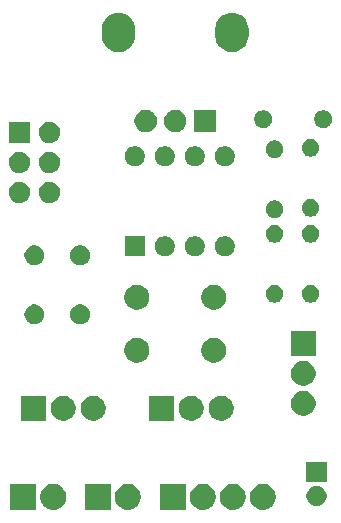
<source format=gts>
G04 #@! TF.GenerationSoftware,KiCad,Pcbnew,5.1.5-52549c5~86~ubuntu19.04.1*
G04 #@! TF.CreationDate,2020-05-05T22:35:55+02:00*
G04 #@! TF.ProjectId,NotSoTinyDimmer,4e6f7453-6f54-4696-9e79-44696d6d6572,1.3.3*
G04 #@! TF.SameCoordinates,Original*
G04 #@! TF.FileFunction,Soldermask,Top*
G04 #@! TF.FilePolarity,Negative*
%FSLAX46Y46*%
G04 Gerber Fmt 4.6, Leading zero omitted, Abs format (unit mm)*
G04 Created by KiCad (PCBNEW 5.1.5-52549c5~86~ubuntu19.04.1) date 2020-05-05 22:35:55*
%MOMM*%
%LPD*%
G04 APERTURE LIST*
%ADD10C,0.100000*%
G04 APERTURE END LIST*
D10*
G36*
X156958195Y-111840156D02*
G01*
X157064550Y-111861311D01*
X157264920Y-111944307D01*
X157445244Y-112064795D01*
X157598605Y-112218156D01*
X157719093Y-112398480D01*
X157737328Y-112442503D01*
X157802089Y-112598850D01*
X157844400Y-112811561D01*
X157844400Y-113028439D01*
X157802089Y-113241150D01*
X157719093Y-113441520D01*
X157598605Y-113621844D01*
X157445244Y-113775205D01*
X157264920Y-113895693D01*
X157164734Y-113937191D01*
X157064550Y-113978689D01*
X156958195Y-113999844D01*
X156851840Y-114021000D01*
X156634960Y-114021000D01*
X156528605Y-113999844D01*
X156422250Y-113978689D01*
X156322066Y-113937191D01*
X156221880Y-113895693D01*
X156041556Y-113775205D01*
X155888195Y-113621844D01*
X155767707Y-113441520D01*
X155726209Y-113341334D01*
X155684711Y-113241150D01*
X155642400Y-113028439D01*
X155642400Y-112811561D01*
X155684711Y-112598850D01*
X155749472Y-112442503D01*
X155767707Y-112398480D01*
X155888195Y-112218156D01*
X156041556Y-112064795D01*
X156221880Y-111944307D01*
X156422250Y-111861311D01*
X156528605Y-111840156D01*
X156634960Y-111819000D01*
X156851840Y-111819000D01*
X156958195Y-111840156D01*
G37*
G36*
X154418195Y-111840156D02*
G01*
X154524550Y-111861311D01*
X154724920Y-111944307D01*
X154905244Y-112064795D01*
X155058605Y-112218156D01*
X155179093Y-112398480D01*
X155197328Y-112442503D01*
X155262089Y-112598850D01*
X155304400Y-112811561D01*
X155304400Y-113028439D01*
X155262089Y-113241150D01*
X155179093Y-113441520D01*
X155058605Y-113621844D01*
X154905244Y-113775205D01*
X154724920Y-113895693D01*
X154624734Y-113937191D01*
X154524550Y-113978689D01*
X154418195Y-113999844D01*
X154311840Y-114021000D01*
X154094960Y-114021000D01*
X153988605Y-113999844D01*
X153882250Y-113978689D01*
X153782066Y-113937191D01*
X153681880Y-113895693D01*
X153501556Y-113775205D01*
X153348195Y-113621844D01*
X153227707Y-113441520D01*
X153186209Y-113341334D01*
X153144711Y-113241150D01*
X153102400Y-113028439D01*
X153102400Y-112811561D01*
X153144711Y-112598850D01*
X153209472Y-112442503D01*
X153227707Y-112398480D01*
X153348195Y-112218156D01*
X153501556Y-112064795D01*
X153681880Y-111944307D01*
X153882250Y-111861311D01*
X153988605Y-111840156D01*
X154094960Y-111819000D01*
X154311840Y-111819000D01*
X154418195Y-111840156D01*
G37*
G36*
X145528195Y-111840156D02*
G01*
X145634550Y-111861311D01*
X145834920Y-111944307D01*
X146015244Y-112064795D01*
X146168605Y-112218156D01*
X146289093Y-112398480D01*
X146307328Y-112442503D01*
X146372089Y-112598850D01*
X146414400Y-112811561D01*
X146414400Y-113028439D01*
X146372089Y-113241150D01*
X146289093Y-113441520D01*
X146168605Y-113621844D01*
X146015244Y-113775205D01*
X145834920Y-113895693D01*
X145734734Y-113937191D01*
X145634550Y-113978689D01*
X145528195Y-113999844D01*
X145421840Y-114021000D01*
X145204960Y-114021000D01*
X145098605Y-113999844D01*
X144992250Y-113978689D01*
X144892066Y-113937191D01*
X144791880Y-113895693D01*
X144611556Y-113775205D01*
X144458195Y-113621844D01*
X144337707Y-113441520D01*
X144296209Y-113341334D01*
X144254711Y-113241150D01*
X144212400Y-113028439D01*
X144212400Y-112811561D01*
X144254711Y-112598850D01*
X144319472Y-112442503D01*
X144337707Y-112398480D01*
X144458195Y-112218156D01*
X144611556Y-112064795D01*
X144791880Y-111944307D01*
X144992250Y-111861311D01*
X145098605Y-111840156D01*
X145204960Y-111819000D01*
X145421840Y-111819000D01*
X145528195Y-111840156D01*
G37*
G36*
X143874400Y-114021000D02*
G01*
X141672400Y-114021000D01*
X141672400Y-111819000D01*
X143874400Y-111819000D01*
X143874400Y-114021000D01*
G37*
G36*
X139209795Y-111840156D02*
G01*
X139316150Y-111861311D01*
X139516520Y-111944307D01*
X139696844Y-112064795D01*
X139850205Y-112218156D01*
X139970693Y-112398480D01*
X139988928Y-112442503D01*
X140053689Y-112598850D01*
X140096000Y-112811561D01*
X140096000Y-113028439D01*
X140053689Y-113241150D01*
X139970693Y-113441520D01*
X139850205Y-113621844D01*
X139696844Y-113775205D01*
X139516520Y-113895693D01*
X139416334Y-113937191D01*
X139316150Y-113978689D01*
X139209795Y-113999844D01*
X139103440Y-114021000D01*
X138886560Y-114021000D01*
X138780205Y-113999844D01*
X138673850Y-113978689D01*
X138573666Y-113937191D01*
X138473480Y-113895693D01*
X138293156Y-113775205D01*
X138139795Y-113621844D01*
X138019307Y-113441520D01*
X137977809Y-113341334D01*
X137936311Y-113241150D01*
X137894000Y-113028439D01*
X137894000Y-112811561D01*
X137936311Y-112598850D01*
X138001072Y-112442503D01*
X138019307Y-112398480D01*
X138139795Y-112218156D01*
X138293156Y-112064795D01*
X138473480Y-111944307D01*
X138673850Y-111861311D01*
X138780205Y-111840156D01*
X138886560Y-111819000D01*
X139103440Y-111819000D01*
X139209795Y-111840156D01*
G37*
G36*
X150224400Y-114021000D02*
G01*
X148022400Y-114021000D01*
X148022400Y-111819000D01*
X150224400Y-111819000D01*
X150224400Y-114021000D01*
G37*
G36*
X151878195Y-111840156D02*
G01*
X151984550Y-111861311D01*
X152184920Y-111944307D01*
X152365244Y-112064795D01*
X152518605Y-112218156D01*
X152639093Y-112398480D01*
X152657328Y-112442503D01*
X152722089Y-112598850D01*
X152764400Y-112811561D01*
X152764400Y-113028439D01*
X152722089Y-113241150D01*
X152639093Y-113441520D01*
X152518605Y-113621844D01*
X152365244Y-113775205D01*
X152184920Y-113895693D01*
X152084734Y-113937191D01*
X151984550Y-113978689D01*
X151878195Y-113999844D01*
X151771840Y-114021000D01*
X151554960Y-114021000D01*
X151448605Y-113999844D01*
X151342250Y-113978689D01*
X151242066Y-113937191D01*
X151141880Y-113895693D01*
X150961556Y-113775205D01*
X150808195Y-113621844D01*
X150687707Y-113441520D01*
X150646209Y-113341334D01*
X150604711Y-113241150D01*
X150562400Y-113028439D01*
X150562400Y-112811561D01*
X150604711Y-112598850D01*
X150669472Y-112442503D01*
X150687707Y-112398480D01*
X150808195Y-112218156D01*
X150961556Y-112064795D01*
X151141880Y-111944307D01*
X151342250Y-111861311D01*
X151448605Y-111840156D01*
X151554960Y-111819000D01*
X151771840Y-111819000D01*
X151878195Y-111840156D01*
G37*
G36*
X137556000Y-114021000D02*
G01*
X135354000Y-114021000D01*
X135354000Y-111819000D01*
X137556000Y-111819000D01*
X137556000Y-114021000D01*
G37*
G36*
X161538228Y-112027303D02*
G01*
X161693100Y-112091453D01*
X161832481Y-112184585D01*
X161951015Y-112303119D01*
X162044147Y-112442500D01*
X162108297Y-112597372D01*
X162141000Y-112761784D01*
X162141000Y-112929416D01*
X162108297Y-113093828D01*
X162044147Y-113248700D01*
X161951015Y-113388081D01*
X161832481Y-113506615D01*
X161693100Y-113599747D01*
X161538228Y-113663897D01*
X161373816Y-113696600D01*
X161206184Y-113696600D01*
X161041772Y-113663897D01*
X160886900Y-113599747D01*
X160747519Y-113506615D01*
X160628985Y-113388081D01*
X160535853Y-113248700D01*
X160471703Y-113093828D01*
X160439000Y-112929416D01*
X160439000Y-112761784D01*
X160471703Y-112597372D01*
X160535853Y-112442500D01*
X160628985Y-112303119D01*
X160747519Y-112184585D01*
X160886900Y-112091453D01*
X161041772Y-112027303D01*
X161206184Y-111994600D01*
X161373816Y-111994600D01*
X161538228Y-112027303D01*
G37*
G36*
X162141000Y-111696600D02*
G01*
X160439000Y-111696600D01*
X160439000Y-109994600D01*
X162141000Y-109994600D01*
X162141000Y-111696600D01*
G37*
G36*
X153519364Y-104399389D02*
G01*
X153710633Y-104478615D01*
X153710635Y-104478616D01*
X153882773Y-104593635D01*
X154029165Y-104740027D01*
X154136112Y-104900084D01*
X154144185Y-104912167D01*
X154223411Y-105103436D01*
X154263800Y-105306484D01*
X154263800Y-105513516D01*
X154223411Y-105716564D01*
X154180581Y-105819965D01*
X154144184Y-105907835D01*
X154029165Y-106079973D01*
X153882773Y-106226365D01*
X153710635Y-106341384D01*
X153710634Y-106341385D01*
X153710633Y-106341385D01*
X153519364Y-106420611D01*
X153316316Y-106461000D01*
X153109284Y-106461000D01*
X152906236Y-106420611D01*
X152714967Y-106341385D01*
X152714966Y-106341385D01*
X152714965Y-106341384D01*
X152542827Y-106226365D01*
X152396435Y-106079973D01*
X152281416Y-105907835D01*
X152245019Y-105819965D01*
X152202189Y-105716564D01*
X152161800Y-105513516D01*
X152161800Y-105306484D01*
X152202189Y-105103436D01*
X152281415Y-104912167D01*
X152289489Y-104900084D01*
X152396435Y-104740027D01*
X152542827Y-104593635D01*
X152714965Y-104478616D01*
X152714967Y-104478615D01*
X152906236Y-104399389D01*
X153109284Y-104359000D01*
X153316316Y-104359000D01*
X153519364Y-104399389D01*
G37*
G36*
X150979364Y-104399389D02*
G01*
X151170633Y-104478615D01*
X151170635Y-104478616D01*
X151342773Y-104593635D01*
X151489165Y-104740027D01*
X151596112Y-104900084D01*
X151604185Y-104912167D01*
X151683411Y-105103436D01*
X151723800Y-105306484D01*
X151723800Y-105513516D01*
X151683411Y-105716564D01*
X151640581Y-105819965D01*
X151604184Y-105907835D01*
X151489165Y-106079973D01*
X151342773Y-106226365D01*
X151170635Y-106341384D01*
X151170634Y-106341385D01*
X151170633Y-106341385D01*
X150979364Y-106420611D01*
X150776316Y-106461000D01*
X150569284Y-106461000D01*
X150366236Y-106420611D01*
X150174967Y-106341385D01*
X150174966Y-106341385D01*
X150174965Y-106341384D01*
X150002827Y-106226365D01*
X149856435Y-106079973D01*
X149741416Y-105907835D01*
X149705019Y-105819965D01*
X149662189Y-105716564D01*
X149621800Y-105513516D01*
X149621800Y-105306484D01*
X149662189Y-105103436D01*
X149741415Y-104912167D01*
X149749489Y-104900084D01*
X149856435Y-104740027D01*
X150002827Y-104593635D01*
X150174965Y-104478616D01*
X150174967Y-104478615D01*
X150366236Y-104399389D01*
X150569284Y-104359000D01*
X150776316Y-104359000D01*
X150979364Y-104399389D01*
G37*
G36*
X149183800Y-106461000D02*
G01*
X147081800Y-106461000D01*
X147081800Y-104359000D01*
X149183800Y-104359000D01*
X149183800Y-106461000D01*
G37*
G36*
X138363400Y-106461000D02*
G01*
X136261400Y-106461000D01*
X136261400Y-104359000D01*
X138363400Y-104359000D01*
X138363400Y-106461000D01*
G37*
G36*
X140158964Y-104399389D02*
G01*
X140350233Y-104478615D01*
X140350235Y-104478616D01*
X140522373Y-104593635D01*
X140668765Y-104740027D01*
X140775712Y-104900084D01*
X140783785Y-104912167D01*
X140863011Y-105103436D01*
X140903400Y-105306484D01*
X140903400Y-105513516D01*
X140863011Y-105716564D01*
X140820181Y-105819965D01*
X140783784Y-105907835D01*
X140668765Y-106079973D01*
X140522373Y-106226365D01*
X140350235Y-106341384D01*
X140350234Y-106341385D01*
X140350233Y-106341385D01*
X140158964Y-106420611D01*
X139955916Y-106461000D01*
X139748884Y-106461000D01*
X139545836Y-106420611D01*
X139354567Y-106341385D01*
X139354566Y-106341385D01*
X139354565Y-106341384D01*
X139182427Y-106226365D01*
X139036035Y-106079973D01*
X138921016Y-105907835D01*
X138884619Y-105819965D01*
X138841789Y-105716564D01*
X138801400Y-105513516D01*
X138801400Y-105306484D01*
X138841789Y-105103436D01*
X138921015Y-104912167D01*
X138929089Y-104900084D01*
X139036035Y-104740027D01*
X139182427Y-104593635D01*
X139354565Y-104478616D01*
X139354567Y-104478615D01*
X139545836Y-104399389D01*
X139748884Y-104359000D01*
X139955916Y-104359000D01*
X140158964Y-104399389D01*
G37*
G36*
X142698964Y-104399389D02*
G01*
X142890233Y-104478615D01*
X142890235Y-104478616D01*
X143062373Y-104593635D01*
X143208765Y-104740027D01*
X143315712Y-104900084D01*
X143323785Y-104912167D01*
X143403011Y-105103436D01*
X143443400Y-105306484D01*
X143443400Y-105513516D01*
X143403011Y-105716564D01*
X143360181Y-105819965D01*
X143323784Y-105907835D01*
X143208765Y-106079973D01*
X143062373Y-106226365D01*
X142890235Y-106341384D01*
X142890234Y-106341385D01*
X142890233Y-106341385D01*
X142698964Y-106420611D01*
X142495916Y-106461000D01*
X142288884Y-106461000D01*
X142085836Y-106420611D01*
X141894567Y-106341385D01*
X141894566Y-106341385D01*
X141894565Y-106341384D01*
X141722427Y-106226365D01*
X141576035Y-106079973D01*
X141461016Y-105907835D01*
X141424619Y-105819965D01*
X141381789Y-105716564D01*
X141341400Y-105513516D01*
X141341400Y-105306484D01*
X141381789Y-105103436D01*
X141461015Y-104912167D01*
X141469089Y-104900084D01*
X141576035Y-104740027D01*
X141722427Y-104593635D01*
X141894565Y-104478616D01*
X141894567Y-104478615D01*
X142085836Y-104399389D01*
X142288884Y-104359000D01*
X142495916Y-104359000D01*
X142698964Y-104399389D01*
G37*
G36*
X160478964Y-103992989D02*
G01*
X160670233Y-104072215D01*
X160670235Y-104072216D01*
X160842373Y-104187235D01*
X160988765Y-104333627D01*
X161085644Y-104478616D01*
X161103785Y-104505767D01*
X161183011Y-104697036D01*
X161223400Y-104900084D01*
X161223400Y-105107116D01*
X161183011Y-105310164D01*
X161103785Y-105501433D01*
X161103784Y-105501435D01*
X160988765Y-105673573D01*
X160842373Y-105819965D01*
X160670235Y-105934984D01*
X160670234Y-105934985D01*
X160670233Y-105934985D01*
X160478964Y-106014211D01*
X160275916Y-106054600D01*
X160068884Y-106054600D01*
X159865836Y-106014211D01*
X159674567Y-105934985D01*
X159674566Y-105934985D01*
X159674565Y-105934984D01*
X159502427Y-105819965D01*
X159356035Y-105673573D01*
X159241016Y-105501435D01*
X159241015Y-105501433D01*
X159161789Y-105310164D01*
X159121400Y-105107116D01*
X159121400Y-104900084D01*
X159161789Y-104697036D01*
X159241015Y-104505767D01*
X159259157Y-104478616D01*
X159356035Y-104333627D01*
X159502427Y-104187235D01*
X159674565Y-104072216D01*
X159674567Y-104072215D01*
X159865836Y-103992989D01*
X160068884Y-103952600D01*
X160275916Y-103952600D01*
X160478964Y-103992989D01*
G37*
G36*
X160478964Y-101452989D02*
G01*
X160636907Y-101518411D01*
X160670235Y-101532216D01*
X160842373Y-101647235D01*
X160988765Y-101793627D01*
X161103785Y-101965767D01*
X161183011Y-102157036D01*
X161223400Y-102360084D01*
X161223400Y-102567116D01*
X161183011Y-102770164D01*
X161103785Y-102961433D01*
X161103784Y-102961435D01*
X160988765Y-103133573D01*
X160842373Y-103279965D01*
X160670235Y-103394984D01*
X160670234Y-103394985D01*
X160670233Y-103394985D01*
X160478964Y-103474211D01*
X160275916Y-103514600D01*
X160068884Y-103514600D01*
X159865836Y-103474211D01*
X159674567Y-103394985D01*
X159674566Y-103394985D01*
X159674565Y-103394984D01*
X159502427Y-103279965D01*
X159356035Y-103133573D01*
X159241016Y-102961435D01*
X159241015Y-102961433D01*
X159161789Y-102770164D01*
X159121400Y-102567116D01*
X159121400Y-102360084D01*
X159161789Y-102157036D01*
X159241015Y-101965767D01*
X159356035Y-101793627D01*
X159502427Y-101647235D01*
X159674565Y-101532216D01*
X159707893Y-101518411D01*
X159865836Y-101452989D01*
X160068884Y-101412600D01*
X160275916Y-101412600D01*
X160478964Y-101452989D01*
G37*
G36*
X152884564Y-99497189D02*
G01*
X153075833Y-99576415D01*
X153075835Y-99576416D01*
X153247973Y-99691435D01*
X153394365Y-99837827D01*
X153509385Y-100009967D01*
X153588611Y-100201236D01*
X153629000Y-100404284D01*
X153629000Y-100611316D01*
X153588611Y-100814364D01*
X153522239Y-100974600D01*
X153509384Y-101005635D01*
X153394365Y-101177773D01*
X153247973Y-101324165D01*
X153075835Y-101439184D01*
X153075834Y-101439185D01*
X153075833Y-101439185D01*
X152884564Y-101518411D01*
X152681516Y-101558800D01*
X152474484Y-101558800D01*
X152271436Y-101518411D01*
X152080167Y-101439185D01*
X152080166Y-101439185D01*
X152080165Y-101439184D01*
X151908027Y-101324165D01*
X151761635Y-101177773D01*
X151646616Y-101005635D01*
X151633761Y-100974600D01*
X151567389Y-100814364D01*
X151527000Y-100611316D01*
X151527000Y-100404284D01*
X151567389Y-100201236D01*
X151646615Y-100009967D01*
X151761635Y-99837827D01*
X151908027Y-99691435D01*
X152080165Y-99576416D01*
X152080167Y-99576415D01*
X152271436Y-99497189D01*
X152474484Y-99456800D01*
X152681516Y-99456800D01*
X152884564Y-99497189D01*
G37*
G36*
X146384564Y-99497189D02*
G01*
X146575833Y-99576415D01*
X146575835Y-99576416D01*
X146747973Y-99691435D01*
X146894365Y-99837827D01*
X147009385Y-100009967D01*
X147088611Y-100201236D01*
X147129000Y-100404284D01*
X147129000Y-100611316D01*
X147088611Y-100814364D01*
X147022239Y-100974600D01*
X147009384Y-101005635D01*
X146894365Y-101177773D01*
X146747973Y-101324165D01*
X146575835Y-101439184D01*
X146575834Y-101439185D01*
X146575833Y-101439185D01*
X146384564Y-101518411D01*
X146181516Y-101558800D01*
X145974484Y-101558800D01*
X145771436Y-101518411D01*
X145580167Y-101439185D01*
X145580166Y-101439185D01*
X145580165Y-101439184D01*
X145408027Y-101324165D01*
X145261635Y-101177773D01*
X145146616Y-101005635D01*
X145133761Y-100974600D01*
X145067389Y-100814364D01*
X145027000Y-100611316D01*
X145027000Y-100404284D01*
X145067389Y-100201236D01*
X145146615Y-100009967D01*
X145261635Y-99837827D01*
X145408027Y-99691435D01*
X145580165Y-99576416D01*
X145580167Y-99576415D01*
X145771436Y-99497189D01*
X145974484Y-99456800D01*
X146181516Y-99456800D01*
X146384564Y-99497189D01*
G37*
G36*
X161223400Y-100974600D02*
G01*
X159121400Y-100974600D01*
X159121400Y-98872600D01*
X161223400Y-98872600D01*
X161223400Y-100974600D01*
G37*
G36*
X141523028Y-96650203D02*
G01*
X141677900Y-96714353D01*
X141817281Y-96807485D01*
X141935815Y-96926019D01*
X142028947Y-97065400D01*
X142093097Y-97220272D01*
X142125800Y-97384684D01*
X142125800Y-97552316D01*
X142093097Y-97716728D01*
X142028947Y-97871600D01*
X141935815Y-98010981D01*
X141817281Y-98129515D01*
X141677900Y-98222647D01*
X141523028Y-98286797D01*
X141358616Y-98319500D01*
X141190984Y-98319500D01*
X141026572Y-98286797D01*
X140871700Y-98222647D01*
X140732319Y-98129515D01*
X140613785Y-98010981D01*
X140520653Y-97871600D01*
X140456503Y-97716728D01*
X140423800Y-97552316D01*
X140423800Y-97384684D01*
X140456503Y-97220272D01*
X140520653Y-97065400D01*
X140613785Y-96926019D01*
X140732319Y-96807485D01*
X140871700Y-96714353D01*
X141026572Y-96650203D01*
X141190984Y-96617500D01*
X141358616Y-96617500D01*
X141523028Y-96650203D01*
G37*
G36*
X137651228Y-96650203D02*
G01*
X137806100Y-96714353D01*
X137945481Y-96807485D01*
X138064015Y-96926019D01*
X138157147Y-97065400D01*
X138221297Y-97220272D01*
X138254000Y-97384684D01*
X138254000Y-97552316D01*
X138221297Y-97716728D01*
X138157147Y-97871600D01*
X138064015Y-98010981D01*
X137945481Y-98129515D01*
X137806100Y-98222647D01*
X137651228Y-98286797D01*
X137486816Y-98319500D01*
X137319184Y-98319500D01*
X137154772Y-98286797D01*
X136999900Y-98222647D01*
X136860519Y-98129515D01*
X136741985Y-98010981D01*
X136648853Y-97871600D01*
X136584703Y-97716728D01*
X136552000Y-97552316D01*
X136552000Y-97384684D01*
X136584703Y-97220272D01*
X136648853Y-97065400D01*
X136741985Y-96926019D01*
X136860519Y-96807485D01*
X136999900Y-96714353D01*
X137154772Y-96650203D01*
X137319184Y-96617500D01*
X137486816Y-96617500D01*
X137651228Y-96650203D01*
G37*
G36*
X152884564Y-94997189D02*
G01*
X153075833Y-95076415D01*
X153075835Y-95076416D01*
X153154770Y-95129159D01*
X153247973Y-95191435D01*
X153394365Y-95337827D01*
X153509385Y-95509967D01*
X153588611Y-95701236D01*
X153629000Y-95904284D01*
X153629000Y-96111316D01*
X153588611Y-96314364D01*
X153562240Y-96378029D01*
X153509384Y-96505635D01*
X153394365Y-96677773D01*
X153247973Y-96824165D01*
X153075835Y-96939184D01*
X153075834Y-96939185D01*
X153075833Y-96939185D01*
X152884564Y-97018411D01*
X152681516Y-97058800D01*
X152474484Y-97058800D01*
X152271436Y-97018411D01*
X152080167Y-96939185D01*
X152080166Y-96939185D01*
X152080165Y-96939184D01*
X151908027Y-96824165D01*
X151761635Y-96677773D01*
X151646616Y-96505635D01*
X151593760Y-96378029D01*
X151567389Y-96314364D01*
X151527000Y-96111316D01*
X151527000Y-95904284D01*
X151567389Y-95701236D01*
X151646615Y-95509967D01*
X151761635Y-95337827D01*
X151908027Y-95191435D01*
X152001230Y-95129159D01*
X152080165Y-95076416D01*
X152080167Y-95076415D01*
X152271436Y-94997189D01*
X152474484Y-94956800D01*
X152681516Y-94956800D01*
X152884564Y-94997189D01*
G37*
G36*
X146384564Y-94997189D02*
G01*
X146575833Y-95076415D01*
X146575835Y-95076416D01*
X146654770Y-95129159D01*
X146747973Y-95191435D01*
X146894365Y-95337827D01*
X147009385Y-95509967D01*
X147088611Y-95701236D01*
X147129000Y-95904284D01*
X147129000Y-96111316D01*
X147088611Y-96314364D01*
X147062240Y-96378029D01*
X147009384Y-96505635D01*
X146894365Y-96677773D01*
X146747973Y-96824165D01*
X146575835Y-96939184D01*
X146575834Y-96939185D01*
X146575833Y-96939185D01*
X146384564Y-97018411D01*
X146181516Y-97058800D01*
X145974484Y-97058800D01*
X145771436Y-97018411D01*
X145580167Y-96939185D01*
X145580166Y-96939185D01*
X145580165Y-96939184D01*
X145408027Y-96824165D01*
X145261635Y-96677773D01*
X145146616Y-96505635D01*
X145093760Y-96378029D01*
X145067389Y-96314364D01*
X145027000Y-96111316D01*
X145027000Y-95904284D01*
X145067389Y-95701236D01*
X145146615Y-95509967D01*
X145261635Y-95337827D01*
X145408027Y-95191435D01*
X145501230Y-95129159D01*
X145580165Y-95076416D01*
X145580167Y-95076415D01*
X145771436Y-94997189D01*
X145974484Y-94956800D01*
X146181516Y-94956800D01*
X146384564Y-94997189D01*
G37*
G36*
X161001059Y-94990360D02*
G01*
X161137732Y-95046972D01*
X161260735Y-95129160D01*
X161365340Y-95233765D01*
X161447528Y-95356768D01*
X161504140Y-95493441D01*
X161533000Y-95638533D01*
X161533000Y-95786467D01*
X161504140Y-95931559D01*
X161447528Y-96068232D01*
X161365340Y-96191235D01*
X161260735Y-96295840D01*
X161137732Y-96378028D01*
X161137731Y-96378029D01*
X161137730Y-96378029D01*
X161001059Y-96434640D01*
X160855968Y-96463500D01*
X160708032Y-96463500D01*
X160562941Y-96434640D01*
X160426270Y-96378029D01*
X160426269Y-96378029D01*
X160426268Y-96378028D01*
X160303265Y-96295840D01*
X160198660Y-96191235D01*
X160116472Y-96068232D01*
X160059860Y-95931559D01*
X160031000Y-95786467D01*
X160031000Y-95638533D01*
X160059860Y-95493441D01*
X160116472Y-95356768D01*
X160198660Y-95233765D01*
X160303265Y-95129160D01*
X160426268Y-95046972D01*
X160562941Y-94990360D01*
X160708032Y-94961500D01*
X160855968Y-94961500D01*
X161001059Y-94990360D01*
G37*
G36*
X157953059Y-94990360D02*
G01*
X158089732Y-95046972D01*
X158212735Y-95129160D01*
X158317340Y-95233765D01*
X158399528Y-95356768D01*
X158456140Y-95493441D01*
X158485000Y-95638533D01*
X158485000Y-95786467D01*
X158456140Y-95931559D01*
X158399528Y-96068232D01*
X158317340Y-96191235D01*
X158212735Y-96295840D01*
X158089732Y-96378028D01*
X158089731Y-96378029D01*
X158089730Y-96378029D01*
X157953059Y-96434640D01*
X157807968Y-96463500D01*
X157660032Y-96463500D01*
X157514941Y-96434640D01*
X157378270Y-96378029D01*
X157378269Y-96378029D01*
X157378268Y-96378028D01*
X157255265Y-96295840D01*
X157150660Y-96191235D01*
X157068472Y-96068232D01*
X157011860Y-95931559D01*
X156983000Y-95786467D01*
X156983000Y-95638533D01*
X157011860Y-95493441D01*
X157068472Y-95356768D01*
X157150660Y-95233765D01*
X157255265Y-95129160D01*
X157378268Y-95046972D01*
X157514941Y-94990360D01*
X157660032Y-94961500D01*
X157807968Y-94961500D01*
X157953059Y-94990360D01*
G37*
G36*
X141523028Y-91650203D02*
G01*
X141677900Y-91714353D01*
X141817281Y-91807485D01*
X141935815Y-91926019D01*
X142028947Y-92065400D01*
X142093097Y-92220272D01*
X142125800Y-92384684D01*
X142125800Y-92552316D01*
X142093097Y-92716728D01*
X142028947Y-92871600D01*
X141935815Y-93010981D01*
X141817281Y-93129515D01*
X141677900Y-93222647D01*
X141523028Y-93286797D01*
X141358616Y-93319500D01*
X141190984Y-93319500D01*
X141026572Y-93286797D01*
X140871700Y-93222647D01*
X140732319Y-93129515D01*
X140613785Y-93010981D01*
X140520653Y-92871600D01*
X140456503Y-92716728D01*
X140423800Y-92552316D01*
X140423800Y-92384684D01*
X140456503Y-92220272D01*
X140520653Y-92065400D01*
X140613785Y-91926019D01*
X140732319Y-91807485D01*
X140871700Y-91714353D01*
X141026572Y-91650203D01*
X141190984Y-91617500D01*
X141358616Y-91617500D01*
X141523028Y-91650203D01*
G37*
G36*
X137651228Y-91650203D02*
G01*
X137806100Y-91714353D01*
X137945481Y-91807485D01*
X138064015Y-91926019D01*
X138157147Y-92065400D01*
X138221297Y-92220272D01*
X138254000Y-92384684D01*
X138254000Y-92552316D01*
X138221297Y-92716728D01*
X138157147Y-92871600D01*
X138064015Y-93010981D01*
X137945481Y-93129515D01*
X137806100Y-93222647D01*
X137651228Y-93286797D01*
X137486816Y-93319500D01*
X137319184Y-93319500D01*
X137154772Y-93286797D01*
X136999900Y-93222647D01*
X136860519Y-93129515D01*
X136741985Y-93010981D01*
X136648853Y-92871600D01*
X136584703Y-92716728D01*
X136552000Y-92552316D01*
X136552000Y-92384684D01*
X136584703Y-92220272D01*
X136648853Y-92065400D01*
X136741985Y-91926019D01*
X136860519Y-91807485D01*
X136999900Y-91714353D01*
X137154772Y-91650203D01*
X137319184Y-91617500D01*
X137486816Y-91617500D01*
X137651228Y-91650203D01*
G37*
G36*
X146748600Y-92545000D02*
G01*
X145046600Y-92545000D01*
X145046600Y-90843000D01*
X146748600Y-90843000D01*
X146748600Y-92545000D01*
G37*
G36*
X148685828Y-90875703D02*
G01*
X148840700Y-90939853D01*
X148980081Y-91032985D01*
X149098615Y-91151519D01*
X149191747Y-91290900D01*
X149255897Y-91445772D01*
X149288600Y-91610184D01*
X149288600Y-91777816D01*
X149255897Y-91942228D01*
X149191747Y-92097100D01*
X149098615Y-92236481D01*
X148980081Y-92355015D01*
X148840700Y-92448147D01*
X148685828Y-92512297D01*
X148521416Y-92545000D01*
X148353784Y-92545000D01*
X148189372Y-92512297D01*
X148034500Y-92448147D01*
X147895119Y-92355015D01*
X147776585Y-92236481D01*
X147683453Y-92097100D01*
X147619303Y-91942228D01*
X147586600Y-91777816D01*
X147586600Y-91610184D01*
X147619303Y-91445772D01*
X147683453Y-91290900D01*
X147776585Y-91151519D01*
X147895119Y-91032985D01*
X148034500Y-90939853D01*
X148189372Y-90875703D01*
X148353784Y-90843000D01*
X148521416Y-90843000D01*
X148685828Y-90875703D01*
G37*
G36*
X151225828Y-90875703D02*
G01*
X151380700Y-90939853D01*
X151520081Y-91032985D01*
X151638615Y-91151519D01*
X151731747Y-91290900D01*
X151795897Y-91445772D01*
X151828600Y-91610184D01*
X151828600Y-91777816D01*
X151795897Y-91942228D01*
X151731747Y-92097100D01*
X151638615Y-92236481D01*
X151520081Y-92355015D01*
X151380700Y-92448147D01*
X151225828Y-92512297D01*
X151061416Y-92545000D01*
X150893784Y-92545000D01*
X150729372Y-92512297D01*
X150574500Y-92448147D01*
X150435119Y-92355015D01*
X150316585Y-92236481D01*
X150223453Y-92097100D01*
X150159303Y-91942228D01*
X150126600Y-91777816D01*
X150126600Y-91610184D01*
X150159303Y-91445772D01*
X150223453Y-91290900D01*
X150316585Y-91151519D01*
X150435119Y-91032985D01*
X150574500Y-90939853D01*
X150729372Y-90875703D01*
X150893784Y-90843000D01*
X151061416Y-90843000D01*
X151225828Y-90875703D01*
G37*
G36*
X153765828Y-90875703D02*
G01*
X153920700Y-90939853D01*
X154060081Y-91032985D01*
X154178615Y-91151519D01*
X154271747Y-91290900D01*
X154335897Y-91445772D01*
X154368600Y-91610184D01*
X154368600Y-91777816D01*
X154335897Y-91942228D01*
X154271747Y-92097100D01*
X154178615Y-92236481D01*
X154060081Y-92355015D01*
X153920700Y-92448147D01*
X153765828Y-92512297D01*
X153601416Y-92545000D01*
X153433784Y-92545000D01*
X153269372Y-92512297D01*
X153114500Y-92448147D01*
X152975119Y-92355015D01*
X152856585Y-92236481D01*
X152763453Y-92097100D01*
X152699303Y-91942228D01*
X152666600Y-91777816D01*
X152666600Y-91610184D01*
X152699303Y-91445772D01*
X152763453Y-91290900D01*
X152856585Y-91151519D01*
X152975119Y-91032985D01*
X153114500Y-90939853D01*
X153269372Y-90875703D01*
X153433784Y-90843000D01*
X153601416Y-90843000D01*
X153765828Y-90875703D01*
G37*
G36*
X161001059Y-89910360D02*
G01*
X161137732Y-89966972D01*
X161260735Y-90049160D01*
X161365340Y-90153765D01*
X161447528Y-90276768D01*
X161504140Y-90413441D01*
X161533000Y-90558533D01*
X161533000Y-90706467D01*
X161504140Y-90851559D01*
X161447528Y-90988232D01*
X161365340Y-91111235D01*
X161260735Y-91215840D01*
X161137732Y-91298028D01*
X161137731Y-91298029D01*
X161137730Y-91298029D01*
X161001059Y-91354640D01*
X160855968Y-91383500D01*
X160708032Y-91383500D01*
X160562941Y-91354640D01*
X160426270Y-91298029D01*
X160426269Y-91298029D01*
X160426268Y-91298028D01*
X160303265Y-91215840D01*
X160198660Y-91111235D01*
X160116472Y-90988232D01*
X160059860Y-90851559D01*
X160031000Y-90706467D01*
X160031000Y-90558533D01*
X160059860Y-90413441D01*
X160116472Y-90276768D01*
X160198660Y-90153765D01*
X160303265Y-90049160D01*
X160426268Y-89966972D01*
X160562941Y-89910360D01*
X160708032Y-89881500D01*
X160855968Y-89881500D01*
X161001059Y-89910360D01*
G37*
G36*
X157953059Y-89910360D02*
G01*
X158089732Y-89966972D01*
X158212735Y-90049160D01*
X158317340Y-90153765D01*
X158399528Y-90276768D01*
X158456140Y-90413441D01*
X158485000Y-90558533D01*
X158485000Y-90706467D01*
X158456140Y-90851559D01*
X158399528Y-90988232D01*
X158317340Y-91111235D01*
X158212735Y-91215840D01*
X158089732Y-91298028D01*
X158089731Y-91298029D01*
X158089730Y-91298029D01*
X157953059Y-91354640D01*
X157807968Y-91383500D01*
X157660032Y-91383500D01*
X157514941Y-91354640D01*
X157378270Y-91298029D01*
X157378269Y-91298029D01*
X157378268Y-91298028D01*
X157255265Y-91215840D01*
X157150660Y-91111235D01*
X157068472Y-90988232D01*
X157011860Y-90851559D01*
X156983000Y-90706467D01*
X156983000Y-90558533D01*
X157011860Y-90413441D01*
X157068472Y-90276768D01*
X157150660Y-90153765D01*
X157255265Y-90049160D01*
X157378268Y-89966972D01*
X157514941Y-89910360D01*
X157660032Y-89881500D01*
X157807968Y-89881500D01*
X157953059Y-89910360D01*
G37*
G36*
X157953059Y-87822260D02*
G01*
X158042868Y-87859460D01*
X158089732Y-87878872D01*
X158212735Y-87961060D01*
X158317340Y-88065665D01*
X158399528Y-88188668D01*
X158456140Y-88325341D01*
X158485000Y-88470433D01*
X158485000Y-88618367D01*
X158456140Y-88763459D01*
X158399528Y-88900132D01*
X158317340Y-89023135D01*
X158212735Y-89127740D01*
X158089732Y-89209928D01*
X158089731Y-89209929D01*
X158089730Y-89209929D01*
X157953059Y-89266540D01*
X157807968Y-89295400D01*
X157660032Y-89295400D01*
X157514941Y-89266540D01*
X157378270Y-89209929D01*
X157378269Y-89209929D01*
X157378268Y-89209928D01*
X157255265Y-89127740D01*
X157150660Y-89023135D01*
X157068472Y-88900132D01*
X157011860Y-88763459D01*
X156983000Y-88618367D01*
X156983000Y-88470433D01*
X157011860Y-88325341D01*
X157068472Y-88188668D01*
X157150660Y-88065665D01*
X157255265Y-87961060D01*
X157378268Y-87878872D01*
X157425133Y-87859460D01*
X157514941Y-87822260D01*
X157660032Y-87793400D01*
X157807968Y-87793400D01*
X157953059Y-87822260D01*
G37*
G36*
X161001059Y-87720660D02*
G01*
X161137732Y-87777272D01*
X161260735Y-87859460D01*
X161365340Y-87964065D01*
X161447528Y-88087068D01*
X161504140Y-88223741D01*
X161533000Y-88368833D01*
X161533000Y-88516767D01*
X161504140Y-88661859D01*
X161447528Y-88798532D01*
X161365340Y-88921535D01*
X161260735Y-89026140D01*
X161137732Y-89108328D01*
X161137731Y-89108329D01*
X161137730Y-89108329D01*
X161001059Y-89164940D01*
X160855968Y-89193800D01*
X160708032Y-89193800D01*
X160562941Y-89164940D01*
X160426270Y-89108329D01*
X160426269Y-89108329D01*
X160426268Y-89108328D01*
X160303265Y-89026140D01*
X160198660Y-88921535D01*
X160116472Y-88798532D01*
X160059860Y-88661859D01*
X160031000Y-88516767D01*
X160031000Y-88368833D01*
X160059860Y-88223741D01*
X160116472Y-88087068D01*
X160198660Y-87964065D01*
X160303265Y-87859460D01*
X160426268Y-87777272D01*
X160562941Y-87720660D01*
X160708032Y-87691800D01*
X160855968Y-87691800D01*
X161001059Y-87720660D01*
G37*
G36*
X136241512Y-86238627D02*
G01*
X136390812Y-86268324D01*
X136554784Y-86336244D01*
X136702354Y-86434847D01*
X136827853Y-86560346D01*
X136926456Y-86707916D01*
X136994376Y-86871888D01*
X137029000Y-87045959D01*
X137029000Y-87223441D01*
X136994376Y-87397512D01*
X136926456Y-87561484D01*
X136827853Y-87709054D01*
X136702354Y-87834553D01*
X136554784Y-87933156D01*
X136390812Y-88001076D01*
X136241512Y-88030773D01*
X136216742Y-88035700D01*
X136039258Y-88035700D01*
X136014488Y-88030773D01*
X135865188Y-88001076D01*
X135701216Y-87933156D01*
X135553646Y-87834553D01*
X135428147Y-87709054D01*
X135329544Y-87561484D01*
X135261624Y-87397512D01*
X135227000Y-87223441D01*
X135227000Y-87045959D01*
X135261624Y-86871888D01*
X135329544Y-86707916D01*
X135428147Y-86560346D01*
X135553646Y-86434847D01*
X135701216Y-86336244D01*
X135865188Y-86268324D01*
X136014488Y-86238627D01*
X136039258Y-86233700D01*
X136216742Y-86233700D01*
X136241512Y-86238627D01*
G37*
G36*
X138781512Y-86238627D02*
G01*
X138930812Y-86268324D01*
X139094784Y-86336244D01*
X139242354Y-86434847D01*
X139367853Y-86560346D01*
X139466456Y-86707916D01*
X139534376Y-86871888D01*
X139569000Y-87045959D01*
X139569000Y-87223441D01*
X139534376Y-87397512D01*
X139466456Y-87561484D01*
X139367853Y-87709054D01*
X139242354Y-87834553D01*
X139094784Y-87933156D01*
X138930812Y-88001076D01*
X138781512Y-88030773D01*
X138756742Y-88035700D01*
X138579258Y-88035700D01*
X138554488Y-88030773D01*
X138405188Y-88001076D01*
X138241216Y-87933156D01*
X138093646Y-87834553D01*
X137968147Y-87709054D01*
X137869544Y-87561484D01*
X137801624Y-87397512D01*
X137767000Y-87223441D01*
X137767000Y-87045959D01*
X137801624Y-86871888D01*
X137869544Y-86707916D01*
X137968147Y-86560346D01*
X138093646Y-86434847D01*
X138241216Y-86336244D01*
X138405188Y-86268324D01*
X138554488Y-86238627D01*
X138579258Y-86233700D01*
X138756742Y-86233700D01*
X138781512Y-86238627D01*
G37*
G36*
X136241512Y-83698627D02*
G01*
X136390812Y-83728324D01*
X136554784Y-83796244D01*
X136702354Y-83894847D01*
X136827853Y-84020346D01*
X136926456Y-84167916D01*
X136994376Y-84331888D01*
X137029000Y-84505959D01*
X137029000Y-84683441D01*
X136994376Y-84857512D01*
X136926456Y-85021484D01*
X136827853Y-85169054D01*
X136702354Y-85294553D01*
X136554784Y-85393156D01*
X136390812Y-85461076D01*
X136241512Y-85490773D01*
X136216742Y-85495700D01*
X136039258Y-85495700D01*
X136014488Y-85490773D01*
X135865188Y-85461076D01*
X135701216Y-85393156D01*
X135553646Y-85294553D01*
X135428147Y-85169054D01*
X135329544Y-85021484D01*
X135261624Y-84857512D01*
X135227000Y-84683441D01*
X135227000Y-84505959D01*
X135261624Y-84331888D01*
X135329544Y-84167916D01*
X135428147Y-84020346D01*
X135553646Y-83894847D01*
X135701216Y-83796244D01*
X135865188Y-83728324D01*
X136014488Y-83698627D01*
X136039258Y-83693700D01*
X136216742Y-83693700D01*
X136241512Y-83698627D01*
G37*
G36*
X138781512Y-83698627D02*
G01*
X138930812Y-83728324D01*
X139094784Y-83796244D01*
X139242354Y-83894847D01*
X139367853Y-84020346D01*
X139466456Y-84167916D01*
X139534376Y-84331888D01*
X139569000Y-84505959D01*
X139569000Y-84683441D01*
X139534376Y-84857512D01*
X139466456Y-85021484D01*
X139367853Y-85169054D01*
X139242354Y-85294553D01*
X139094784Y-85393156D01*
X138930812Y-85461076D01*
X138781512Y-85490773D01*
X138756742Y-85495700D01*
X138579258Y-85495700D01*
X138554488Y-85490773D01*
X138405188Y-85461076D01*
X138241216Y-85393156D01*
X138093646Y-85294553D01*
X137968147Y-85169054D01*
X137869544Y-85021484D01*
X137801624Y-84857512D01*
X137767000Y-84683441D01*
X137767000Y-84505959D01*
X137801624Y-84331888D01*
X137869544Y-84167916D01*
X137968147Y-84020346D01*
X138093646Y-83894847D01*
X138241216Y-83796244D01*
X138405188Y-83728324D01*
X138554488Y-83698627D01*
X138579258Y-83693700D01*
X138756742Y-83693700D01*
X138781512Y-83698627D01*
G37*
G36*
X146145828Y-83255703D02*
G01*
X146300700Y-83319853D01*
X146440081Y-83412985D01*
X146558615Y-83531519D01*
X146651747Y-83670900D01*
X146715897Y-83825772D01*
X146748600Y-83990184D01*
X146748600Y-84157816D01*
X146715897Y-84322228D01*
X146651747Y-84477100D01*
X146558615Y-84616481D01*
X146440081Y-84735015D01*
X146300700Y-84828147D01*
X146145828Y-84892297D01*
X145981416Y-84925000D01*
X145813784Y-84925000D01*
X145649372Y-84892297D01*
X145494500Y-84828147D01*
X145355119Y-84735015D01*
X145236585Y-84616481D01*
X145143453Y-84477100D01*
X145079303Y-84322228D01*
X145046600Y-84157816D01*
X145046600Y-83990184D01*
X145079303Y-83825772D01*
X145143453Y-83670900D01*
X145236585Y-83531519D01*
X145355119Y-83412985D01*
X145494500Y-83319853D01*
X145649372Y-83255703D01*
X145813784Y-83223000D01*
X145981416Y-83223000D01*
X146145828Y-83255703D01*
G37*
G36*
X151225828Y-83255703D02*
G01*
X151380700Y-83319853D01*
X151520081Y-83412985D01*
X151638615Y-83531519D01*
X151731747Y-83670900D01*
X151795897Y-83825772D01*
X151828600Y-83990184D01*
X151828600Y-84157816D01*
X151795897Y-84322228D01*
X151731747Y-84477100D01*
X151638615Y-84616481D01*
X151520081Y-84735015D01*
X151380700Y-84828147D01*
X151225828Y-84892297D01*
X151061416Y-84925000D01*
X150893784Y-84925000D01*
X150729372Y-84892297D01*
X150574500Y-84828147D01*
X150435119Y-84735015D01*
X150316585Y-84616481D01*
X150223453Y-84477100D01*
X150159303Y-84322228D01*
X150126600Y-84157816D01*
X150126600Y-83990184D01*
X150159303Y-83825772D01*
X150223453Y-83670900D01*
X150316585Y-83531519D01*
X150435119Y-83412985D01*
X150574500Y-83319853D01*
X150729372Y-83255703D01*
X150893784Y-83223000D01*
X151061416Y-83223000D01*
X151225828Y-83255703D01*
G37*
G36*
X153765828Y-83255703D02*
G01*
X153920700Y-83319853D01*
X154060081Y-83412985D01*
X154178615Y-83531519D01*
X154271747Y-83670900D01*
X154335897Y-83825772D01*
X154368600Y-83990184D01*
X154368600Y-84157816D01*
X154335897Y-84322228D01*
X154271747Y-84477100D01*
X154178615Y-84616481D01*
X154060081Y-84735015D01*
X153920700Y-84828147D01*
X153765828Y-84892297D01*
X153601416Y-84925000D01*
X153433784Y-84925000D01*
X153269372Y-84892297D01*
X153114500Y-84828147D01*
X152975119Y-84735015D01*
X152856585Y-84616481D01*
X152763453Y-84477100D01*
X152699303Y-84322228D01*
X152666600Y-84157816D01*
X152666600Y-83990184D01*
X152699303Y-83825772D01*
X152763453Y-83670900D01*
X152856585Y-83531519D01*
X152975119Y-83412985D01*
X153114500Y-83319853D01*
X153269372Y-83255703D01*
X153433784Y-83223000D01*
X153601416Y-83223000D01*
X153765828Y-83255703D01*
G37*
G36*
X148685828Y-83255703D02*
G01*
X148840700Y-83319853D01*
X148980081Y-83412985D01*
X149098615Y-83531519D01*
X149191747Y-83670900D01*
X149255897Y-83825772D01*
X149288600Y-83990184D01*
X149288600Y-84157816D01*
X149255897Y-84322228D01*
X149191747Y-84477100D01*
X149098615Y-84616481D01*
X148980081Y-84735015D01*
X148840700Y-84828147D01*
X148685828Y-84892297D01*
X148521416Y-84925000D01*
X148353784Y-84925000D01*
X148189372Y-84892297D01*
X148034500Y-84828147D01*
X147895119Y-84735015D01*
X147776585Y-84616481D01*
X147683453Y-84477100D01*
X147619303Y-84322228D01*
X147586600Y-84157816D01*
X147586600Y-83990184D01*
X147619303Y-83825772D01*
X147683453Y-83670900D01*
X147776585Y-83531519D01*
X147895119Y-83412985D01*
X148034500Y-83319853D01*
X148189372Y-83255703D01*
X148353784Y-83223000D01*
X148521416Y-83223000D01*
X148685828Y-83255703D01*
G37*
G36*
X157953059Y-82742260D02*
G01*
X158042868Y-82779460D01*
X158089732Y-82798872D01*
X158212735Y-82881060D01*
X158317340Y-82985665D01*
X158317341Y-82985667D01*
X158399529Y-83108670D01*
X158456140Y-83245341D01*
X158485000Y-83390432D01*
X158485000Y-83538368D01*
X158456140Y-83683459D01*
X158399528Y-83820132D01*
X158317340Y-83943135D01*
X158212735Y-84047740D01*
X158089732Y-84129928D01*
X158089731Y-84129929D01*
X158089730Y-84129929D01*
X157953059Y-84186540D01*
X157807968Y-84215400D01*
X157660032Y-84215400D01*
X157514941Y-84186540D01*
X157378270Y-84129929D01*
X157378269Y-84129929D01*
X157378268Y-84129928D01*
X157255265Y-84047740D01*
X157150660Y-83943135D01*
X157068472Y-83820132D01*
X157011860Y-83683459D01*
X156983000Y-83538368D01*
X156983000Y-83390432D01*
X157011860Y-83245341D01*
X157068471Y-83108670D01*
X157150659Y-82985667D01*
X157150660Y-82985665D01*
X157255265Y-82881060D01*
X157378268Y-82798872D01*
X157425133Y-82779460D01*
X157514941Y-82742260D01*
X157660032Y-82713400D01*
X157807968Y-82713400D01*
X157953059Y-82742260D01*
G37*
G36*
X161001059Y-82640660D02*
G01*
X161137732Y-82697272D01*
X161260735Y-82779460D01*
X161365340Y-82884065D01*
X161447528Y-83007068D01*
X161504140Y-83143741D01*
X161533000Y-83288833D01*
X161533000Y-83436767D01*
X161504140Y-83581859D01*
X161447528Y-83718532D01*
X161365340Y-83841535D01*
X161260735Y-83946140D01*
X161137732Y-84028328D01*
X161137731Y-84028329D01*
X161137730Y-84028329D01*
X161001059Y-84084940D01*
X160855968Y-84113800D01*
X160708032Y-84113800D01*
X160562941Y-84084940D01*
X160426270Y-84028329D01*
X160426269Y-84028329D01*
X160426268Y-84028328D01*
X160303265Y-83946140D01*
X160198660Y-83841535D01*
X160116472Y-83718532D01*
X160059860Y-83581859D01*
X160031000Y-83436767D01*
X160031000Y-83288833D01*
X160059860Y-83143741D01*
X160116472Y-83007068D01*
X160198660Y-82884065D01*
X160303265Y-82779460D01*
X160426268Y-82697272D01*
X160562941Y-82640660D01*
X160708032Y-82611800D01*
X160855968Y-82611800D01*
X161001059Y-82640660D01*
G37*
G36*
X137029000Y-82955700D02*
G01*
X135227000Y-82955700D01*
X135227000Y-81153700D01*
X137029000Y-81153700D01*
X137029000Y-82955700D01*
G37*
G36*
X138781512Y-81158627D02*
G01*
X138930812Y-81188324D01*
X139094784Y-81256244D01*
X139242354Y-81354847D01*
X139367853Y-81480346D01*
X139466456Y-81627916D01*
X139534376Y-81791888D01*
X139569000Y-81965959D01*
X139569000Y-82143441D01*
X139534376Y-82317512D01*
X139466456Y-82481484D01*
X139367853Y-82629054D01*
X139242354Y-82754553D01*
X139094784Y-82853156D01*
X138930812Y-82921076D01*
X138781512Y-82950773D01*
X138756742Y-82955700D01*
X138579258Y-82955700D01*
X138554488Y-82950773D01*
X138405188Y-82921076D01*
X138241216Y-82853156D01*
X138093646Y-82754553D01*
X137968147Y-82629054D01*
X137869544Y-82481484D01*
X137801624Y-82317512D01*
X137767000Y-82143441D01*
X137767000Y-81965959D01*
X137801624Y-81791888D01*
X137869544Y-81627916D01*
X137968147Y-81480346D01*
X138093646Y-81354847D01*
X138241216Y-81256244D01*
X138405188Y-81188324D01*
X138554488Y-81158627D01*
X138579258Y-81153700D01*
X138756742Y-81153700D01*
X138781512Y-81158627D01*
G37*
G36*
X147105395Y-80175046D02*
G01*
X147278466Y-80246734D01*
X147355818Y-80298419D01*
X147434227Y-80350810D01*
X147566690Y-80483273D01*
X147566691Y-80483275D01*
X147670766Y-80639034D01*
X147742454Y-80812105D01*
X147779000Y-80995833D01*
X147779000Y-81183167D01*
X147742454Y-81366895D01*
X147670766Y-81539966D01*
X147670765Y-81539967D01*
X147566690Y-81695727D01*
X147434227Y-81828190D01*
X147355818Y-81880581D01*
X147278466Y-81932266D01*
X147105395Y-82003954D01*
X146921667Y-82040500D01*
X146734333Y-82040500D01*
X146550605Y-82003954D01*
X146377534Y-81932266D01*
X146300182Y-81880581D01*
X146221773Y-81828190D01*
X146089310Y-81695727D01*
X145985235Y-81539967D01*
X145985234Y-81539966D01*
X145913546Y-81366895D01*
X145877000Y-81183167D01*
X145877000Y-80995833D01*
X145913546Y-80812105D01*
X145985234Y-80639034D01*
X146089309Y-80483275D01*
X146089310Y-80483273D01*
X146221773Y-80350810D01*
X146300182Y-80298419D01*
X146377534Y-80246734D01*
X146550605Y-80175046D01*
X146734333Y-80138500D01*
X146921667Y-80138500D01*
X147105395Y-80175046D01*
G37*
G36*
X149605395Y-80175046D02*
G01*
X149778466Y-80246734D01*
X149855818Y-80298419D01*
X149934227Y-80350810D01*
X150066690Y-80483273D01*
X150066691Y-80483275D01*
X150170766Y-80639034D01*
X150242454Y-80812105D01*
X150279000Y-80995833D01*
X150279000Y-81183167D01*
X150242454Y-81366895D01*
X150170766Y-81539966D01*
X150170765Y-81539967D01*
X150066690Y-81695727D01*
X149934227Y-81828190D01*
X149855818Y-81880581D01*
X149778466Y-81932266D01*
X149605395Y-82003954D01*
X149421667Y-82040500D01*
X149234333Y-82040500D01*
X149050605Y-82003954D01*
X148877534Y-81932266D01*
X148800182Y-81880581D01*
X148721773Y-81828190D01*
X148589310Y-81695727D01*
X148485235Y-81539967D01*
X148485234Y-81539966D01*
X148413546Y-81366895D01*
X148377000Y-81183167D01*
X148377000Y-80995833D01*
X148413546Y-80812105D01*
X148485234Y-80639034D01*
X148589309Y-80483275D01*
X148589310Y-80483273D01*
X148721773Y-80350810D01*
X148800182Y-80298419D01*
X148877534Y-80246734D01*
X149050605Y-80175046D01*
X149234333Y-80138500D01*
X149421667Y-80138500D01*
X149605395Y-80175046D01*
G37*
G36*
X152779000Y-82040500D02*
G01*
X150877000Y-82040500D01*
X150877000Y-80138500D01*
X152779000Y-80138500D01*
X152779000Y-82040500D01*
G37*
G36*
X162067859Y-80202260D02*
G01*
X162175229Y-80246734D01*
X162204532Y-80258872D01*
X162327535Y-80341060D01*
X162432140Y-80445665D01*
X162514328Y-80568668D01*
X162570940Y-80705341D01*
X162599800Y-80850433D01*
X162599800Y-80998367D01*
X162570940Y-81143459D01*
X162514328Y-81280132D01*
X162432140Y-81403135D01*
X162327535Y-81507740D01*
X162204532Y-81589928D01*
X162204531Y-81589929D01*
X162204530Y-81589929D01*
X162067859Y-81646540D01*
X161922768Y-81675400D01*
X161774832Y-81675400D01*
X161629741Y-81646540D01*
X161493070Y-81589929D01*
X161493069Y-81589929D01*
X161493068Y-81589928D01*
X161370065Y-81507740D01*
X161265460Y-81403135D01*
X161183272Y-81280132D01*
X161126660Y-81143459D01*
X161097800Y-80998367D01*
X161097800Y-80850433D01*
X161126660Y-80705341D01*
X161183272Y-80568668D01*
X161265460Y-80445665D01*
X161370065Y-80341060D01*
X161493068Y-80258872D01*
X161522372Y-80246734D01*
X161629741Y-80202260D01*
X161774832Y-80173400D01*
X161922768Y-80173400D01*
X162067859Y-80202260D01*
G37*
G36*
X156987859Y-80202260D02*
G01*
X157095229Y-80246734D01*
X157124532Y-80258872D01*
X157247535Y-80341060D01*
X157352140Y-80445665D01*
X157434328Y-80568668D01*
X157490940Y-80705341D01*
X157519800Y-80850433D01*
X157519800Y-80998367D01*
X157490940Y-81143459D01*
X157434328Y-81280132D01*
X157352140Y-81403135D01*
X157247535Y-81507740D01*
X157124532Y-81589928D01*
X157124531Y-81589929D01*
X157124530Y-81589929D01*
X156987859Y-81646540D01*
X156842768Y-81675400D01*
X156694832Y-81675400D01*
X156549741Y-81646540D01*
X156413070Y-81589929D01*
X156413069Y-81589929D01*
X156413068Y-81589928D01*
X156290065Y-81507740D01*
X156185460Y-81403135D01*
X156103272Y-81280132D01*
X156046660Y-81143459D01*
X156017800Y-80998367D01*
X156017800Y-80850433D01*
X156046660Y-80705341D01*
X156103272Y-80568668D01*
X156185460Y-80445665D01*
X156290065Y-80341060D01*
X156413068Y-80258872D01*
X156442372Y-80246734D01*
X156549741Y-80202260D01*
X156694832Y-80173400D01*
X156842768Y-80173400D01*
X156987859Y-80202260D01*
G37*
G36*
X154404603Y-71938916D02*
G01*
X154670578Y-72019599D01*
X154670580Y-72019600D01*
X154915700Y-72150619D01*
X155130556Y-72326944D01*
X155306881Y-72541799D01*
X155437900Y-72786919D01*
X155437901Y-72786921D01*
X155518584Y-73052896D01*
X155539000Y-73260184D01*
X155539000Y-73918815D01*
X155518584Y-74126103D01*
X155437901Y-74392079D01*
X155437900Y-74392082D01*
X155306881Y-74637201D01*
X155130556Y-74852056D01*
X154915701Y-75028381D01*
X154670581Y-75159400D01*
X154670579Y-75159401D01*
X154404604Y-75240084D01*
X154128000Y-75267327D01*
X153851397Y-75240084D01*
X153585422Y-75159401D01*
X153585420Y-75159400D01*
X153340300Y-75028381D01*
X153125444Y-74852056D01*
X152949119Y-74637201D01*
X152818100Y-74392081D01*
X152818099Y-74392079D01*
X152737416Y-74126104D01*
X152717000Y-73918816D01*
X152717000Y-73260185D01*
X152737416Y-73052897D01*
X152818099Y-72786922D01*
X152949120Y-72541799D01*
X152949121Y-72541798D01*
X153125444Y-72326944D01*
X153340299Y-72150619D01*
X153585419Y-72019600D01*
X153585421Y-72019599D01*
X153851396Y-71938916D01*
X154128000Y-71911673D01*
X154404603Y-71938916D01*
G37*
G36*
X144804603Y-71938916D02*
G01*
X145070578Y-72019599D01*
X145070580Y-72019600D01*
X145315700Y-72150619D01*
X145530556Y-72326944D01*
X145706881Y-72541799D01*
X145837900Y-72786919D01*
X145837901Y-72786921D01*
X145918584Y-73052896D01*
X145939000Y-73260184D01*
X145939000Y-73918815D01*
X145918584Y-74126103D01*
X145837901Y-74392079D01*
X145837900Y-74392082D01*
X145706881Y-74637201D01*
X145530556Y-74852056D01*
X145315701Y-75028381D01*
X145070581Y-75159400D01*
X145070579Y-75159401D01*
X144804604Y-75240084D01*
X144528000Y-75267327D01*
X144251397Y-75240084D01*
X143985422Y-75159401D01*
X143985420Y-75159400D01*
X143740300Y-75028381D01*
X143525444Y-74852056D01*
X143349119Y-74637201D01*
X143218100Y-74392081D01*
X143218099Y-74392079D01*
X143137416Y-74126104D01*
X143117000Y-73918816D01*
X143117000Y-73260185D01*
X143137416Y-73052897D01*
X143218099Y-72786922D01*
X143349120Y-72541799D01*
X143349121Y-72541798D01*
X143525444Y-72326944D01*
X143740299Y-72150619D01*
X143985419Y-72019600D01*
X143985421Y-72019599D01*
X144251396Y-71938916D01*
X144528000Y-71911673D01*
X144804603Y-71938916D01*
G37*
M02*

</source>
